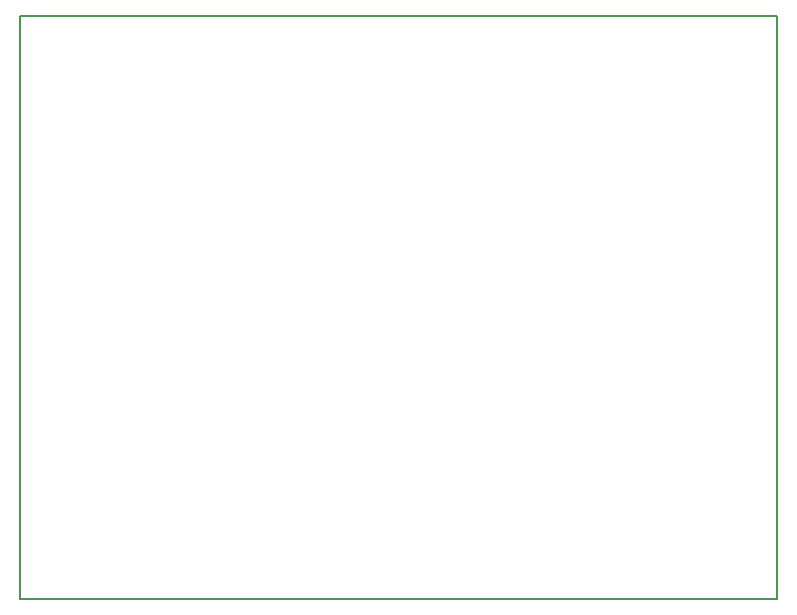
<source format=gbo>
G04 MADE WITH FRITZING*
G04 WWW.FRITZING.ORG*
G04 DOUBLE SIDED*
G04 HOLES PLATED*
G04 CONTOUR ON CENTER OF CONTOUR VECTOR*
%ASAXBY*%
%FSLAX23Y23*%
%MOIN*%
%OFA0B0*%
%SFA1.0B1.0*%
%ADD10R,2.531890X1.951840X2.515890X1.935840*%
%ADD11C,0.008000*%
%LNSILK0*%
G90*
G70*
G54D11*
X4Y1948D02*
X2528Y1948D01*
X2528Y4D01*
X4Y4D01*
X4Y1948D01*
D02*
G04 End of Silk0*
M02*
</source>
